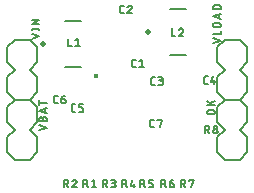
<source format=gto>
G04 EAGLE Gerber X2 export*
%TF.Part,Single*%
%TF.FileFunction,Legend,Top,1*%
%TF.FilePolarity,Positive*%
%TF.GenerationSoftware,Autodesk,EAGLE,9.4.0*%
%TF.CreationDate,2019-05-08T17:19:32Z*%
G75*
%MOMM*%
%FSLAX34Y34*%
%LPD*%
%INSilkscreen Top*%
%AMOC8*
5,1,8,0,0,1.08239X$1,22.5*%
G01*
%ADD10C,0.152400*%
%ADD11C,0.127000*%
%ADD12C,0.508000*%
%ADD13C,0.400000*%
%ADD14C,0.203200*%


D10*
X33274Y140462D02*
X39878Y142663D01*
X33274Y144865D01*
X33274Y148515D02*
X39878Y148515D01*
X39878Y147782D02*
X39878Y149249D01*
X33274Y149249D02*
X33274Y147782D01*
X33274Y152777D02*
X39878Y152777D01*
X39878Y156446D02*
X33274Y152777D01*
X33274Y156446D02*
X39878Y156446D01*
X46228Y65193D02*
X39624Y62992D01*
X39624Y67395D02*
X46228Y65193D01*
X42559Y71099D02*
X42559Y72934D01*
X42560Y72934D02*
X42562Y73019D01*
X42568Y73103D01*
X42578Y73187D01*
X42591Y73271D01*
X42609Y73354D01*
X42630Y73436D01*
X42655Y73517D01*
X42684Y73597D01*
X42716Y73675D01*
X42752Y73751D01*
X42792Y73826D01*
X42835Y73899D01*
X42881Y73970D01*
X42930Y74039D01*
X42983Y74106D01*
X43039Y74170D01*
X43097Y74231D01*
X43158Y74289D01*
X43222Y74345D01*
X43289Y74398D01*
X43358Y74447D01*
X43429Y74493D01*
X43502Y74536D01*
X43577Y74576D01*
X43653Y74612D01*
X43731Y74644D01*
X43811Y74673D01*
X43892Y74698D01*
X43974Y74719D01*
X44057Y74737D01*
X44141Y74750D01*
X44225Y74760D01*
X44309Y74766D01*
X44394Y74768D01*
X44479Y74766D01*
X44563Y74760D01*
X44647Y74750D01*
X44731Y74737D01*
X44814Y74719D01*
X44896Y74698D01*
X44977Y74673D01*
X45057Y74644D01*
X45135Y74612D01*
X45211Y74576D01*
X45286Y74536D01*
X45359Y74493D01*
X45430Y74447D01*
X45499Y74398D01*
X45566Y74345D01*
X45630Y74289D01*
X45691Y74231D01*
X45749Y74170D01*
X45805Y74106D01*
X45858Y74039D01*
X45907Y73970D01*
X45953Y73899D01*
X45996Y73826D01*
X46036Y73751D01*
X46072Y73675D01*
X46104Y73597D01*
X46133Y73517D01*
X46158Y73436D01*
X46179Y73354D01*
X46197Y73271D01*
X46210Y73187D01*
X46220Y73103D01*
X46226Y73019D01*
X46228Y72934D01*
X46228Y71099D01*
X39624Y71099D01*
X39624Y72934D01*
X39626Y73010D01*
X39632Y73085D01*
X39641Y73160D01*
X39655Y73234D01*
X39672Y73308D01*
X39694Y73380D01*
X39718Y73452D01*
X39747Y73522D01*
X39779Y73590D01*
X39814Y73657D01*
X39853Y73722D01*
X39896Y73785D01*
X39941Y73845D01*
X39989Y73903D01*
X40041Y73959D01*
X40095Y74011D01*
X40152Y74061D01*
X40211Y74108D01*
X40272Y74152D01*
X40336Y74193D01*
X40402Y74230D01*
X40470Y74264D01*
X40539Y74294D01*
X40610Y74321D01*
X40682Y74344D01*
X40755Y74363D01*
X40829Y74378D01*
X40904Y74390D01*
X40979Y74398D01*
X41054Y74402D01*
X41130Y74402D01*
X41205Y74398D01*
X41280Y74390D01*
X41355Y74378D01*
X41429Y74363D01*
X41502Y74344D01*
X41574Y74321D01*
X41645Y74294D01*
X41714Y74264D01*
X41782Y74230D01*
X41848Y74193D01*
X41912Y74152D01*
X41973Y74108D01*
X42032Y74061D01*
X42089Y74011D01*
X42143Y73959D01*
X42195Y73903D01*
X42243Y73845D01*
X42288Y73785D01*
X42331Y73722D01*
X42370Y73657D01*
X42405Y73590D01*
X42437Y73522D01*
X42466Y73452D01*
X42490Y73380D01*
X42512Y73308D01*
X42529Y73234D01*
X42543Y73160D01*
X42552Y73085D01*
X42558Y73010D01*
X42560Y72934D01*
X46228Y77622D02*
X39624Y79824D01*
X46228Y82025D01*
X44577Y81475D02*
X44577Y78173D01*
X46228Y86651D02*
X39624Y86651D01*
X39624Y84817D02*
X39624Y88486D01*
X186944Y136652D02*
X193548Y138853D01*
X186944Y141055D01*
X186944Y144602D02*
X193548Y144602D01*
X193548Y147537D01*
X191714Y150674D02*
X188778Y150674D01*
X188693Y150676D01*
X188609Y150682D01*
X188525Y150692D01*
X188441Y150705D01*
X188358Y150723D01*
X188276Y150744D01*
X188195Y150769D01*
X188115Y150798D01*
X188037Y150830D01*
X187961Y150866D01*
X187886Y150906D01*
X187813Y150949D01*
X187742Y150995D01*
X187673Y151044D01*
X187606Y151097D01*
X187542Y151153D01*
X187481Y151211D01*
X187423Y151272D01*
X187367Y151336D01*
X187314Y151403D01*
X187265Y151472D01*
X187219Y151543D01*
X187176Y151616D01*
X187136Y151691D01*
X187100Y151767D01*
X187068Y151845D01*
X187039Y151925D01*
X187014Y152006D01*
X186993Y152088D01*
X186975Y152171D01*
X186962Y152255D01*
X186952Y152339D01*
X186946Y152423D01*
X186944Y152508D01*
X186946Y152593D01*
X186952Y152677D01*
X186962Y152761D01*
X186975Y152845D01*
X186993Y152928D01*
X187014Y153010D01*
X187039Y153091D01*
X187068Y153171D01*
X187100Y153249D01*
X187136Y153325D01*
X187176Y153400D01*
X187219Y153473D01*
X187265Y153544D01*
X187314Y153613D01*
X187367Y153680D01*
X187423Y153744D01*
X187481Y153805D01*
X187542Y153863D01*
X187606Y153919D01*
X187673Y153972D01*
X187742Y154021D01*
X187813Y154067D01*
X187886Y154110D01*
X187961Y154150D01*
X188037Y154186D01*
X188115Y154218D01*
X188195Y154247D01*
X188276Y154272D01*
X188358Y154293D01*
X188441Y154311D01*
X188525Y154324D01*
X188609Y154334D01*
X188693Y154340D01*
X188778Y154342D01*
X188778Y154343D02*
X191714Y154343D01*
X191714Y154342D02*
X191799Y154340D01*
X191883Y154334D01*
X191967Y154324D01*
X192051Y154311D01*
X192134Y154293D01*
X192216Y154272D01*
X192297Y154247D01*
X192377Y154218D01*
X192455Y154186D01*
X192531Y154150D01*
X192606Y154110D01*
X192679Y154067D01*
X192750Y154021D01*
X192819Y153972D01*
X192886Y153919D01*
X192950Y153863D01*
X193011Y153805D01*
X193069Y153744D01*
X193125Y153680D01*
X193178Y153613D01*
X193227Y153544D01*
X193273Y153473D01*
X193316Y153400D01*
X193356Y153325D01*
X193392Y153249D01*
X193424Y153171D01*
X193453Y153091D01*
X193478Y153010D01*
X193499Y152928D01*
X193517Y152845D01*
X193530Y152761D01*
X193540Y152677D01*
X193546Y152593D01*
X193548Y152508D01*
X193546Y152423D01*
X193540Y152339D01*
X193530Y152255D01*
X193517Y152171D01*
X193499Y152088D01*
X193478Y152006D01*
X193453Y151925D01*
X193424Y151845D01*
X193392Y151767D01*
X193356Y151691D01*
X193316Y151616D01*
X193273Y151543D01*
X193227Y151472D01*
X193178Y151403D01*
X193125Y151336D01*
X193069Y151272D01*
X193011Y151211D01*
X192950Y151153D01*
X192886Y151097D01*
X192819Y151044D01*
X192750Y150995D01*
X192679Y150949D01*
X192606Y150906D01*
X192531Y150866D01*
X192455Y150830D01*
X192377Y150798D01*
X192297Y150769D01*
X192216Y150744D01*
X192134Y150723D01*
X192051Y150705D01*
X191967Y150692D01*
X191883Y150682D01*
X191799Y150676D01*
X191714Y150674D01*
X193548Y157622D02*
X186944Y159823D01*
X193548Y162025D01*
X191897Y161474D02*
X191897Y158172D01*
X193548Y165548D02*
X186944Y165548D01*
X186944Y167383D01*
X186946Y167468D01*
X186952Y167552D01*
X186962Y167636D01*
X186975Y167720D01*
X186993Y167803D01*
X187014Y167885D01*
X187039Y167966D01*
X187068Y168046D01*
X187100Y168124D01*
X187136Y168200D01*
X187176Y168275D01*
X187219Y168348D01*
X187265Y168419D01*
X187314Y168488D01*
X187367Y168555D01*
X187423Y168619D01*
X187481Y168680D01*
X187542Y168738D01*
X187606Y168794D01*
X187673Y168847D01*
X187742Y168896D01*
X187813Y168942D01*
X187886Y168985D01*
X187961Y169025D01*
X188037Y169061D01*
X188116Y169093D01*
X188195Y169122D01*
X188276Y169147D01*
X188358Y169168D01*
X188441Y169186D01*
X188525Y169199D01*
X188609Y169209D01*
X188693Y169215D01*
X188778Y169217D01*
X191714Y169217D01*
X191799Y169215D01*
X191883Y169209D01*
X191967Y169199D01*
X192051Y169186D01*
X192134Y169168D01*
X192216Y169147D01*
X192297Y169122D01*
X192377Y169093D01*
X192455Y169061D01*
X192531Y169025D01*
X192606Y168985D01*
X192679Y168942D01*
X192750Y168896D01*
X192819Y168847D01*
X192886Y168794D01*
X192950Y168738D01*
X193011Y168680D01*
X193069Y168619D01*
X193125Y168555D01*
X193178Y168488D01*
X193227Y168419D01*
X193273Y168348D01*
X193316Y168275D01*
X193356Y168200D01*
X193392Y168124D01*
X193424Y168046D01*
X193453Y167966D01*
X193478Y167885D01*
X193499Y167803D01*
X193517Y167720D01*
X193530Y167636D01*
X193540Y167552D01*
X193546Y167468D01*
X193548Y167383D01*
X193548Y165548D01*
X186634Y76962D02*
X183698Y76962D01*
X183613Y76964D01*
X183529Y76970D01*
X183445Y76980D01*
X183361Y76993D01*
X183278Y77011D01*
X183196Y77032D01*
X183115Y77057D01*
X183035Y77086D01*
X182957Y77118D01*
X182881Y77154D01*
X182806Y77194D01*
X182733Y77237D01*
X182662Y77283D01*
X182593Y77332D01*
X182526Y77385D01*
X182462Y77441D01*
X182401Y77499D01*
X182343Y77560D01*
X182287Y77624D01*
X182234Y77691D01*
X182185Y77760D01*
X182139Y77831D01*
X182096Y77904D01*
X182056Y77979D01*
X182020Y78055D01*
X181988Y78133D01*
X181959Y78213D01*
X181934Y78294D01*
X181913Y78376D01*
X181895Y78459D01*
X181882Y78543D01*
X181872Y78627D01*
X181866Y78711D01*
X181864Y78796D01*
X181866Y78881D01*
X181872Y78965D01*
X181882Y79049D01*
X181895Y79133D01*
X181913Y79216D01*
X181934Y79298D01*
X181959Y79379D01*
X181988Y79459D01*
X182020Y79537D01*
X182056Y79613D01*
X182096Y79688D01*
X182139Y79761D01*
X182185Y79832D01*
X182234Y79901D01*
X182287Y79968D01*
X182343Y80032D01*
X182401Y80093D01*
X182462Y80151D01*
X182526Y80207D01*
X182593Y80260D01*
X182662Y80309D01*
X182733Y80355D01*
X182806Y80398D01*
X182881Y80438D01*
X182957Y80474D01*
X183035Y80506D01*
X183115Y80535D01*
X183196Y80560D01*
X183278Y80581D01*
X183361Y80599D01*
X183445Y80612D01*
X183529Y80622D01*
X183613Y80628D01*
X183698Y80630D01*
X183698Y80631D02*
X186634Y80631D01*
X186634Y80630D02*
X186719Y80628D01*
X186803Y80622D01*
X186887Y80612D01*
X186971Y80599D01*
X187054Y80581D01*
X187136Y80560D01*
X187217Y80535D01*
X187297Y80506D01*
X187375Y80474D01*
X187451Y80438D01*
X187526Y80398D01*
X187599Y80355D01*
X187670Y80309D01*
X187739Y80260D01*
X187806Y80207D01*
X187870Y80151D01*
X187931Y80093D01*
X187989Y80032D01*
X188045Y79968D01*
X188098Y79901D01*
X188147Y79832D01*
X188193Y79761D01*
X188236Y79688D01*
X188276Y79613D01*
X188312Y79537D01*
X188344Y79459D01*
X188373Y79379D01*
X188398Y79298D01*
X188419Y79216D01*
X188437Y79133D01*
X188450Y79049D01*
X188460Y78965D01*
X188466Y78881D01*
X188468Y78796D01*
X188466Y78711D01*
X188460Y78627D01*
X188450Y78543D01*
X188437Y78459D01*
X188419Y78376D01*
X188398Y78294D01*
X188373Y78213D01*
X188344Y78133D01*
X188312Y78055D01*
X188276Y77979D01*
X188236Y77904D01*
X188193Y77831D01*
X188147Y77760D01*
X188098Y77691D01*
X188045Y77624D01*
X187989Y77560D01*
X187931Y77499D01*
X187870Y77441D01*
X187806Y77385D01*
X187739Y77332D01*
X187670Y77283D01*
X187599Y77237D01*
X187526Y77194D01*
X187451Y77154D01*
X187375Y77118D01*
X187297Y77086D01*
X187217Y77057D01*
X187136Y77032D01*
X187054Y77011D01*
X186971Y76993D01*
X186887Y76980D01*
X186803Y76970D01*
X186719Y76964D01*
X186634Y76962D01*
X188468Y84702D02*
X181864Y84702D01*
X181864Y88371D02*
X185900Y84702D01*
X184432Y86170D02*
X188468Y88371D01*
X64262Y134112D02*
X64262Y140716D01*
X64262Y134112D02*
X67197Y134112D01*
X70334Y139248D02*
X72168Y140716D01*
X72168Y134112D01*
X70334Y134112D02*
X74003Y134112D01*
X151892Y143002D02*
X151892Y149606D01*
X151892Y143002D02*
X154827Y143002D01*
X159982Y149606D02*
X160061Y149604D01*
X160139Y149599D01*
X160217Y149589D01*
X160294Y149576D01*
X160371Y149559D01*
X160447Y149539D01*
X160522Y149515D01*
X160596Y149488D01*
X160668Y149457D01*
X160739Y149422D01*
X160808Y149385D01*
X160875Y149344D01*
X160940Y149300D01*
X161003Y149253D01*
X161063Y149203D01*
X161121Y149150D01*
X161177Y149094D01*
X161230Y149036D01*
X161280Y148976D01*
X161327Y148913D01*
X161371Y148848D01*
X161412Y148781D01*
X161449Y148712D01*
X161484Y148641D01*
X161515Y148569D01*
X161542Y148495D01*
X161566Y148420D01*
X161586Y148344D01*
X161603Y148267D01*
X161616Y148190D01*
X161626Y148112D01*
X161631Y148034D01*
X161633Y147955D01*
X159982Y149606D02*
X159893Y149604D01*
X159804Y149599D01*
X159716Y149589D01*
X159628Y149576D01*
X159541Y149560D01*
X159454Y149539D01*
X159369Y149515D01*
X159284Y149488D01*
X159201Y149457D01*
X159119Y149422D01*
X159038Y149384D01*
X158959Y149343D01*
X158883Y149299D01*
X158807Y149251D01*
X158734Y149200D01*
X158664Y149147D01*
X158595Y149090D01*
X158529Y149030D01*
X158466Y148968D01*
X158405Y148903D01*
X158347Y148836D01*
X158292Y148766D01*
X158239Y148694D01*
X158190Y148620D01*
X158144Y148544D01*
X158102Y148466D01*
X158062Y148386D01*
X158026Y148305D01*
X157993Y148222D01*
X157964Y148138D01*
X161082Y146671D02*
X161138Y146727D01*
X161192Y146786D01*
X161243Y146847D01*
X161292Y146911D01*
X161337Y146976D01*
X161380Y147044D01*
X161419Y147113D01*
X161456Y147184D01*
X161489Y147257D01*
X161518Y147331D01*
X161545Y147406D01*
X161568Y147482D01*
X161587Y147560D01*
X161603Y147638D01*
X161616Y147716D01*
X161625Y147796D01*
X161630Y147875D01*
X161632Y147955D01*
X161082Y146671D02*
X157964Y143002D01*
X161633Y143002D01*
X121427Y116482D02*
X119960Y116482D01*
X119886Y116484D01*
X119811Y116490D01*
X119738Y116499D01*
X119664Y116512D01*
X119592Y116529D01*
X119521Y116549D01*
X119450Y116573D01*
X119381Y116601D01*
X119314Y116632D01*
X119248Y116666D01*
X119183Y116704D01*
X119121Y116745D01*
X119061Y116789D01*
X119004Y116836D01*
X118949Y116886D01*
X118896Y116939D01*
X118846Y116994D01*
X118799Y117051D01*
X118755Y117111D01*
X118714Y117173D01*
X118676Y117238D01*
X118642Y117304D01*
X118611Y117371D01*
X118583Y117440D01*
X118559Y117511D01*
X118539Y117582D01*
X118522Y117654D01*
X118509Y117728D01*
X118500Y117801D01*
X118494Y117876D01*
X118492Y117950D01*
X118492Y121618D01*
X118494Y121692D01*
X118500Y121767D01*
X118509Y121840D01*
X118522Y121914D01*
X118539Y121986D01*
X118559Y122057D01*
X118583Y122128D01*
X118611Y122197D01*
X118642Y122264D01*
X118676Y122330D01*
X118714Y122395D01*
X118755Y122457D01*
X118799Y122517D01*
X118846Y122574D01*
X118896Y122629D01*
X118949Y122682D01*
X119004Y122732D01*
X119061Y122779D01*
X119121Y122823D01*
X119183Y122864D01*
X119248Y122902D01*
X119313Y122936D01*
X119381Y122967D01*
X119450Y122995D01*
X119521Y123019D01*
X119592Y123039D01*
X119664Y123056D01*
X119738Y123069D01*
X119811Y123078D01*
X119886Y123084D01*
X119960Y123086D01*
X121427Y123086D01*
X124624Y121618D02*
X126458Y123086D01*
X126458Y116482D01*
X124624Y116482D02*
X128292Y116482D01*
X111267Y162202D02*
X109800Y162202D01*
X109726Y162204D01*
X109651Y162210D01*
X109578Y162219D01*
X109504Y162232D01*
X109432Y162249D01*
X109361Y162269D01*
X109290Y162293D01*
X109221Y162321D01*
X109154Y162352D01*
X109088Y162386D01*
X109023Y162424D01*
X108961Y162465D01*
X108901Y162509D01*
X108844Y162556D01*
X108789Y162606D01*
X108736Y162659D01*
X108686Y162714D01*
X108639Y162771D01*
X108595Y162831D01*
X108554Y162893D01*
X108516Y162958D01*
X108482Y163024D01*
X108451Y163091D01*
X108423Y163160D01*
X108399Y163231D01*
X108379Y163302D01*
X108362Y163374D01*
X108349Y163448D01*
X108340Y163521D01*
X108334Y163596D01*
X108332Y163670D01*
X108332Y167338D01*
X108334Y167412D01*
X108340Y167487D01*
X108349Y167560D01*
X108362Y167634D01*
X108379Y167706D01*
X108399Y167777D01*
X108423Y167848D01*
X108451Y167917D01*
X108482Y167984D01*
X108516Y168050D01*
X108554Y168115D01*
X108595Y168177D01*
X108639Y168237D01*
X108686Y168294D01*
X108736Y168349D01*
X108789Y168402D01*
X108844Y168452D01*
X108901Y168499D01*
X108961Y168543D01*
X109023Y168584D01*
X109088Y168622D01*
X109153Y168656D01*
X109221Y168687D01*
X109290Y168715D01*
X109361Y168739D01*
X109432Y168759D01*
X109504Y168776D01*
X109578Y168789D01*
X109651Y168798D01*
X109726Y168804D01*
X109800Y168806D01*
X111267Y168806D01*
X116481Y168806D02*
X116560Y168804D01*
X116638Y168799D01*
X116716Y168789D01*
X116793Y168776D01*
X116870Y168759D01*
X116946Y168739D01*
X117021Y168715D01*
X117095Y168688D01*
X117167Y168657D01*
X117238Y168622D01*
X117307Y168585D01*
X117374Y168544D01*
X117439Y168500D01*
X117502Y168453D01*
X117562Y168403D01*
X117620Y168350D01*
X117676Y168294D01*
X117729Y168236D01*
X117779Y168176D01*
X117826Y168113D01*
X117870Y168048D01*
X117911Y167981D01*
X117948Y167912D01*
X117983Y167841D01*
X118014Y167769D01*
X118041Y167695D01*
X118065Y167620D01*
X118085Y167544D01*
X118102Y167467D01*
X118115Y167390D01*
X118125Y167312D01*
X118130Y167234D01*
X118132Y167155D01*
X116481Y168806D02*
X116392Y168804D01*
X116303Y168799D01*
X116215Y168789D01*
X116127Y168776D01*
X116040Y168760D01*
X115953Y168739D01*
X115868Y168715D01*
X115783Y168688D01*
X115700Y168657D01*
X115618Y168622D01*
X115537Y168584D01*
X115458Y168543D01*
X115382Y168499D01*
X115306Y168451D01*
X115233Y168400D01*
X115163Y168347D01*
X115094Y168290D01*
X115028Y168230D01*
X114965Y168168D01*
X114904Y168103D01*
X114846Y168036D01*
X114791Y167966D01*
X114738Y167894D01*
X114689Y167820D01*
X114643Y167744D01*
X114601Y167666D01*
X114561Y167586D01*
X114525Y167505D01*
X114492Y167422D01*
X114463Y167338D01*
X117582Y165871D02*
X117638Y165927D01*
X117692Y165986D01*
X117743Y166047D01*
X117792Y166111D01*
X117837Y166176D01*
X117880Y166244D01*
X117919Y166313D01*
X117956Y166384D01*
X117989Y166457D01*
X118018Y166531D01*
X118045Y166606D01*
X118068Y166682D01*
X118087Y166760D01*
X118103Y166838D01*
X118116Y166916D01*
X118125Y166996D01*
X118130Y167075D01*
X118132Y167155D01*
X117582Y165871D02*
X114464Y162202D01*
X118132Y162202D01*
X136065Y101704D02*
X137533Y101704D01*
X136065Y101704D02*
X135991Y101706D01*
X135916Y101712D01*
X135843Y101721D01*
X135769Y101734D01*
X135697Y101751D01*
X135626Y101771D01*
X135555Y101795D01*
X135486Y101823D01*
X135419Y101854D01*
X135353Y101888D01*
X135288Y101926D01*
X135226Y101967D01*
X135166Y102011D01*
X135109Y102058D01*
X135054Y102108D01*
X135001Y102161D01*
X134951Y102216D01*
X134904Y102273D01*
X134860Y102333D01*
X134819Y102395D01*
X134781Y102460D01*
X134747Y102526D01*
X134716Y102593D01*
X134688Y102662D01*
X134664Y102733D01*
X134644Y102804D01*
X134627Y102876D01*
X134614Y102950D01*
X134605Y103023D01*
X134599Y103098D01*
X134597Y103172D01*
X134598Y103172D02*
X134598Y106840D01*
X134597Y106840D02*
X134599Y106914D01*
X134605Y106989D01*
X134614Y107062D01*
X134627Y107136D01*
X134644Y107208D01*
X134664Y107279D01*
X134688Y107350D01*
X134716Y107419D01*
X134747Y107486D01*
X134781Y107552D01*
X134819Y107617D01*
X134860Y107679D01*
X134904Y107739D01*
X134951Y107796D01*
X135001Y107851D01*
X135054Y107904D01*
X135109Y107954D01*
X135166Y108001D01*
X135226Y108045D01*
X135288Y108086D01*
X135353Y108124D01*
X135418Y108158D01*
X135486Y108189D01*
X135555Y108217D01*
X135626Y108241D01*
X135697Y108261D01*
X135769Y108278D01*
X135843Y108291D01*
X135916Y108300D01*
X135991Y108306D01*
X136065Y108308D01*
X137533Y108308D01*
X140729Y101704D02*
X142564Y101704D01*
X142649Y101706D01*
X142733Y101712D01*
X142817Y101722D01*
X142901Y101735D01*
X142984Y101753D01*
X143066Y101774D01*
X143147Y101799D01*
X143227Y101828D01*
X143305Y101860D01*
X143381Y101896D01*
X143456Y101936D01*
X143529Y101979D01*
X143600Y102025D01*
X143669Y102074D01*
X143736Y102127D01*
X143800Y102183D01*
X143861Y102241D01*
X143919Y102302D01*
X143975Y102366D01*
X144028Y102433D01*
X144077Y102502D01*
X144123Y102573D01*
X144166Y102646D01*
X144206Y102721D01*
X144242Y102797D01*
X144274Y102875D01*
X144303Y102955D01*
X144328Y103036D01*
X144349Y103118D01*
X144367Y103201D01*
X144380Y103285D01*
X144390Y103369D01*
X144396Y103453D01*
X144398Y103538D01*
X144396Y103623D01*
X144390Y103707D01*
X144380Y103791D01*
X144367Y103875D01*
X144349Y103958D01*
X144328Y104040D01*
X144303Y104121D01*
X144274Y104201D01*
X144242Y104279D01*
X144206Y104355D01*
X144166Y104430D01*
X144123Y104503D01*
X144077Y104574D01*
X144028Y104643D01*
X143975Y104710D01*
X143919Y104774D01*
X143861Y104835D01*
X143800Y104893D01*
X143736Y104949D01*
X143669Y105002D01*
X143600Y105051D01*
X143529Y105097D01*
X143456Y105140D01*
X143381Y105180D01*
X143305Y105216D01*
X143227Y105248D01*
X143147Y105277D01*
X143066Y105302D01*
X142984Y105323D01*
X142901Y105341D01*
X142817Y105354D01*
X142733Y105364D01*
X142649Y105370D01*
X142564Y105372D01*
X142930Y108308D02*
X140729Y108308D01*
X142930Y108308D02*
X143006Y108306D01*
X143081Y108300D01*
X143156Y108291D01*
X143230Y108277D01*
X143304Y108260D01*
X143376Y108238D01*
X143448Y108214D01*
X143518Y108185D01*
X143586Y108153D01*
X143653Y108118D01*
X143718Y108079D01*
X143781Y108036D01*
X143841Y107991D01*
X143899Y107943D01*
X143955Y107891D01*
X144007Y107837D01*
X144057Y107780D01*
X144104Y107721D01*
X144148Y107660D01*
X144189Y107596D01*
X144226Y107530D01*
X144260Y107462D01*
X144290Y107393D01*
X144317Y107322D01*
X144340Y107250D01*
X144359Y107177D01*
X144374Y107103D01*
X144386Y107028D01*
X144394Y106953D01*
X144398Y106878D01*
X144398Y106802D01*
X144394Y106727D01*
X144386Y106652D01*
X144374Y106577D01*
X144359Y106503D01*
X144340Y106430D01*
X144317Y106358D01*
X144290Y106287D01*
X144260Y106218D01*
X144226Y106150D01*
X144189Y106084D01*
X144148Y106020D01*
X144104Y105959D01*
X144057Y105900D01*
X144007Y105843D01*
X143955Y105789D01*
X143899Y105737D01*
X143841Y105689D01*
X143781Y105644D01*
X143718Y105601D01*
X143653Y105562D01*
X143586Y105527D01*
X143518Y105495D01*
X143448Y105466D01*
X143376Y105442D01*
X143304Y105420D01*
X143230Y105403D01*
X143156Y105389D01*
X143081Y105380D01*
X143006Y105374D01*
X142930Y105372D01*
X142930Y105373D02*
X141463Y105373D01*
X180920Y102512D02*
X182387Y102512D01*
X180920Y102512D02*
X180846Y102514D01*
X180771Y102520D01*
X180698Y102529D01*
X180624Y102542D01*
X180552Y102559D01*
X180481Y102579D01*
X180410Y102603D01*
X180341Y102631D01*
X180274Y102662D01*
X180208Y102696D01*
X180143Y102734D01*
X180081Y102775D01*
X180021Y102819D01*
X179964Y102866D01*
X179909Y102916D01*
X179856Y102969D01*
X179806Y103024D01*
X179759Y103081D01*
X179715Y103141D01*
X179674Y103203D01*
X179636Y103268D01*
X179602Y103334D01*
X179571Y103401D01*
X179543Y103470D01*
X179519Y103541D01*
X179499Y103612D01*
X179482Y103684D01*
X179469Y103758D01*
X179460Y103831D01*
X179454Y103906D01*
X179452Y103980D01*
X179452Y107648D01*
X179454Y107722D01*
X179460Y107797D01*
X179469Y107870D01*
X179482Y107944D01*
X179499Y108016D01*
X179519Y108087D01*
X179543Y108158D01*
X179571Y108227D01*
X179602Y108294D01*
X179636Y108360D01*
X179674Y108425D01*
X179715Y108487D01*
X179759Y108547D01*
X179806Y108604D01*
X179856Y108659D01*
X179909Y108712D01*
X179964Y108762D01*
X180021Y108809D01*
X180081Y108853D01*
X180143Y108894D01*
X180208Y108932D01*
X180273Y108966D01*
X180341Y108997D01*
X180410Y109025D01*
X180481Y109049D01*
X180552Y109069D01*
X180624Y109086D01*
X180698Y109099D01*
X180771Y109108D01*
X180846Y109114D01*
X180920Y109116D01*
X182387Y109116D01*
X187051Y109116D02*
X185584Y103980D01*
X189252Y103980D01*
X188152Y105447D02*
X188152Y102512D01*
X70223Y78844D02*
X68755Y78844D01*
X68681Y78846D01*
X68606Y78852D01*
X68533Y78861D01*
X68459Y78874D01*
X68387Y78891D01*
X68316Y78911D01*
X68245Y78935D01*
X68176Y78963D01*
X68109Y78994D01*
X68043Y79028D01*
X67978Y79066D01*
X67916Y79107D01*
X67856Y79151D01*
X67799Y79198D01*
X67744Y79248D01*
X67691Y79301D01*
X67641Y79356D01*
X67594Y79413D01*
X67550Y79473D01*
X67509Y79535D01*
X67471Y79600D01*
X67437Y79666D01*
X67406Y79733D01*
X67378Y79802D01*
X67354Y79873D01*
X67334Y79944D01*
X67317Y80016D01*
X67304Y80090D01*
X67295Y80163D01*
X67289Y80238D01*
X67287Y80312D01*
X67288Y80312D02*
X67288Y83980D01*
X67287Y83980D02*
X67289Y84054D01*
X67295Y84129D01*
X67304Y84202D01*
X67317Y84276D01*
X67334Y84348D01*
X67354Y84419D01*
X67378Y84490D01*
X67406Y84559D01*
X67437Y84626D01*
X67471Y84692D01*
X67509Y84757D01*
X67550Y84819D01*
X67594Y84879D01*
X67641Y84936D01*
X67691Y84991D01*
X67744Y85044D01*
X67799Y85094D01*
X67856Y85141D01*
X67916Y85185D01*
X67978Y85226D01*
X68043Y85264D01*
X68108Y85298D01*
X68176Y85329D01*
X68245Y85357D01*
X68316Y85381D01*
X68387Y85401D01*
X68459Y85418D01*
X68533Y85431D01*
X68606Y85440D01*
X68681Y85446D01*
X68755Y85448D01*
X70223Y85448D01*
X73419Y78844D02*
X75620Y78844D01*
X75694Y78846D01*
X75769Y78852D01*
X75842Y78861D01*
X75916Y78874D01*
X75988Y78891D01*
X76059Y78911D01*
X76130Y78935D01*
X76199Y78963D01*
X76266Y78994D01*
X76332Y79028D01*
X76397Y79066D01*
X76459Y79107D01*
X76519Y79151D01*
X76576Y79198D01*
X76631Y79248D01*
X76684Y79301D01*
X76734Y79356D01*
X76781Y79413D01*
X76825Y79473D01*
X76866Y79535D01*
X76904Y79600D01*
X76938Y79665D01*
X76969Y79733D01*
X76997Y79802D01*
X77021Y79873D01*
X77041Y79944D01*
X77058Y80016D01*
X77071Y80090D01*
X77080Y80163D01*
X77086Y80238D01*
X77088Y80312D01*
X77088Y81045D01*
X77086Y81119D01*
X77080Y81194D01*
X77071Y81267D01*
X77058Y81341D01*
X77041Y81413D01*
X77021Y81484D01*
X76997Y81555D01*
X76969Y81624D01*
X76938Y81691D01*
X76904Y81757D01*
X76866Y81822D01*
X76825Y81884D01*
X76781Y81944D01*
X76734Y82001D01*
X76684Y82056D01*
X76631Y82109D01*
X76576Y82159D01*
X76519Y82206D01*
X76459Y82250D01*
X76397Y82291D01*
X76332Y82329D01*
X76266Y82363D01*
X76199Y82394D01*
X76130Y82422D01*
X76059Y82446D01*
X75988Y82466D01*
X75916Y82483D01*
X75842Y82496D01*
X75769Y82505D01*
X75694Y82511D01*
X75620Y82513D01*
X73419Y82513D01*
X73419Y85448D01*
X77088Y85448D01*
X55387Y86002D02*
X53920Y86002D01*
X53846Y86004D01*
X53771Y86010D01*
X53698Y86019D01*
X53624Y86032D01*
X53552Y86049D01*
X53481Y86069D01*
X53410Y86093D01*
X53341Y86121D01*
X53274Y86152D01*
X53208Y86186D01*
X53143Y86224D01*
X53081Y86265D01*
X53021Y86309D01*
X52964Y86356D01*
X52909Y86406D01*
X52856Y86459D01*
X52806Y86514D01*
X52759Y86571D01*
X52715Y86631D01*
X52674Y86693D01*
X52636Y86758D01*
X52602Y86824D01*
X52571Y86891D01*
X52543Y86960D01*
X52519Y87031D01*
X52499Y87102D01*
X52482Y87174D01*
X52469Y87248D01*
X52460Y87321D01*
X52454Y87396D01*
X52452Y87470D01*
X52452Y91138D01*
X52454Y91212D01*
X52460Y91287D01*
X52469Y91360D01*
X52482Y91434D01*
X52499Y91506D01*
X52519Y91577D01*
X52543Y91648D01*
X52571Y91717D01*
X52602Y91784D01*
X52636Y91850D01*
X52674Y91915D01*
X52715Y91977D01*
X52759Y92037D01*
X52806Y92094D01*
X52856Y92149D01*
X52909Y92202D01*
X52964Y92252D01*
X53021Y92299D01*
X53081Y92343D01*
X53143Y92384D01*
X53208Y92422D01*
X53273Y92456D01*
X53341Y92487D01*
X53410Y92515D01*
X53481Y92539D01*
X53552Y92559D01*
X53624Y92576D01*
X53698Y92589D01*
X53771Y92598D01*
X53846Y92604D01*
X53920Y92606D01*
X55387Y92606D01*
X58584Y89671D02*
X60785Y89671D01*
X60859Y89669D01*
X60934Y89663D01*
X61007Y89654D01*
X61081Y89641D01*
X61153Y89624D01*
X61224Y89604D01*
X61295Y89580D01*
X61364Y89552D01*
X61431Y89521D01*
X61497Y89487D01*
X61562Y89449D01*
X61624Y89408D01*
X61684Y89364D01*
X61741Y89317D01*
X61796Y89267D01*
X61849Y89214D01*
X61899Y89159D01*
X61946Y89102D01*
X61990Y89042D01*
X62031Y88980D01*
X62069Y88915D01*
X62103Y88849D01*
X62134Y88782D01*
X62162Y88713D01*
X62186Y88642D01*
X62206Y88571D01*
X62223Y88499D01*
X62236Y88425D01*
X62245Y88352D01*
X62251Y88277D01*
X62253Y88203D01*
X62252Y88203D02*
X62252Y87836D01*
X62250Y87751D01*
X62244Y87667D01*
X62234Y87583D01*
X62221Y87499D01*
X62203Y87416D01*
X62182Y87334D01*
X62157Y87253D01*
X62128Y87173D01*
X62096Y87095D01*
X62060Y87019D01*
X62020Y86944D01*
X61977Y86871D01*
X61931Y86800D01*
X61882Y86731D01*
X61829Y86664D01*
X61773Y86600D01*
X61715Y86539D01*
X61654Y86481D01*
X61590Y86425D01*
X61523Y86372D01*
X61454Y86323D01*
X61383Y86277D01*
X61310Y86234D01*
X61235Y86194D01*
X61159Y86158D01*
X61081Y86126D01*
X61001Y86097D01*
X60920Y86072D01*
X60838Y86051D01*
X60755Y86033D01*
X60671Y86020D01*
X60587Y86010D01*
X60503Y86004D01*
X60418Y86002D01*
X60333Y86004D01*
X60249Y86010D01*
X60165Y86020D01*
X60081Y86033D01*
X59998Y86051D01*
X59916Y86072D01*
X59835Y86097D01*
X59755Y86126D01*
X59677Y86158D01*
X59601Y86194D01*
X59526Y86234D01*
X59453Y86277D01*
X59382Y86323D01*
X59313Y86372D01*
X59246Y86425D01*
X59182Y86481D01*
X59121Y86539D01*
X59063Y86600D01*
X59007Y86664D01*
X58954Y86731D01*
X58905Y86800D01*
X58859Y86871D01*
X58816Y86944D01*
X58776Y87019D01*
X58740Y87095D01*
X58708Y87173D01*
X58679Y87253D01*
X58654Y87334D01*
X58633Y87416D01*
X58615Y87499D01*
X58602Y87583D01*
X58592Y87667D01*
X58586Y87751D01*
X58584Y87836D01*
X58584Y89671D01*
X58586Y89778D01*
X58592Y89885D01*
X58602Y89992D01*
X58615Y90098D01*
X58633Y90204D01*
X58654Y90309D01*
X58679Y90413D01*
X58708Y90517D01*
X58741Y90619D01*
X58778Y90719D01*
X58818Y90819D01*
X58862Y90917D01*
X58909Y91013D01*
X58960Y91107D01*
X59014Y91200D01*
X59071Y91290D01*
X59132Y91379D01*
X59196Y91465D01*
X59263Y91548D01*
X59333Y91630D01*
X59406Y91708D01*
X59482Y91784D01*
X59560Y91857D01*
X59642Y91927D01*
X59725Y91994D01*
X59811Y92058D01*
X59900Y92119D01*
X59990Y92176D01*
X60083Y92230D01*
X60177Y92281D01*
X60273Y92328D01*
X60371Y92372D01*
X60471Y92412D01*
X60571Y92449D01*
X60673Y92482D01*
X60777Y92511D01*
X60881Y92536D01*
X60986Y92557D01*
X61092Y92575D01*
X61198Y92588D01*
X61305Y92598D01*
X61412Y92604D01*
X61519Y92606D01*
X135200Y65682D02*
X136667Y65682D01*
X135200Y65682D02*
X135126Y65684D01*
X135051Y65690D01*
X134978Y65699D01*
X134904Y65712D01*
X134832Y65729D01*
X134761Y65749D01*
X134690Y65773D01*
X134621Y65801D01*
X134554Y65832D01*
X134488Y65866D01*
X134423Y65904D01*
X134361Y65945D01*
X134301Y65989D01*
X134244Y66036D01*
X134189Y66086D01*
X134136Y66139D01*
X134086Y66194D01*
X134039Y66251D01*
X133995Y66311D01*
X133954Y66373D01*
X133916Y66438D01*
X133882Y66504D01*
X133851Y66571D01*
X133823Y66640D01*
X133799Y66711D01*
X133779Y66782D01*
X133762Y66854D01*
X133749Y66928D01*
X133740Y67001D01*
X133734Y67076D01*
X133732Y67150D01*
X133732Y70818D01*
X133734Y70892D01*
X133740Y70967D01*
X133749Y71040D01*
X133762Y71114D01*
X133779Y71186D01*
X133799Y71257D01*
X133823Y71328D01*
X133851Y71397D01*
X133882Y71464D01*
X133916Y71530D01*
X133954Y71595D01*
X133995Y71657D01*
X134039Y71717D01*
X134086Y71774D01*
X134136Y71829D01*
X134189Y71882D01*
X134244Y71932D01*
X134301Y71979D01*
X134361Y72023D01*
X134423Y72064D01*
X134488Y72102D01*
X134553Y72136D01*
X134621Y72167D01*
X134690Y72195D01*
X134761Y72219D01*
X134832Y72239D01*
X134904Y72256D01*
X134978Y72269D01*
X135051Y72278D01*
X135126Y72284D01*
X135200Y72286D01*
X136667Y72286D01*
X139864Y72286D02*
X139864Y71552D01*
X139864Y72286D02*
X143532Y72286D01*
X141698Y65682D01*
D11*
X75375Y116396D02*
X61786Y116396D01*
X61786Y155385D02*
X75375Y155385D01*
D12*
X43180Y135890D03*
D11*
X150686Y126556D02*
X164275Y126556D01*
X164275Y165545D02*
X150686Y165545D01*
D12*
X132080Y146050D03*
D10*
X76962Y21336D02*
X76962Y14732D01*
X76962Y21336D02*
X78796Y21336D01*
X78881Y21334D01*
X78965Y21328D01*
X79049Y21318D01*
X79133Y21305D01*
X79216Y21287D01*
X79298Y21266D01*
X79379Y21241D01*
X79459Y21212D01*
X79537Y21180D01*
X79613Y21144D01*
X79688Y21104D01*
X79761Y21061D01*
X79832Y21015D01*
X79901Y20966D01*
X79968Y20913D01*
X80032Y20857D01*
X80093Y20799D01*
X80151Y20738D01*
X80207Y20674D01*
X80260Y20607D01*
X80309Y20538D01*
X80355Y20467D01*
X80398Y20394D01*
X80438Y20319D01*
X80474Y20243D01*
X80506Y20165D01*
X80535Y20085D01*
X80560Y20004D01*
X80581Y19922D01*
X80599Y19839D01*
X80612Y19755D01*
X80622Y19671D01*
X80628Y19587D01*
X80630Y19502D01*
X80628Y19417D01*
X80622Y19333D01*
X80612Y19249D01*
X80599Y19165D01*
X80581Y19082D01*
X80560Y19000D01*
X80535Y18919D01*
X80506Y18839D01*
X80474Y18761D01*
X80438Y18685D01*
X80398Y18610D01*
X80355Y18537D01*
X80309Y18466D01*
X80260Y18397D01*
X80207Y18330D01*
X80151Y18266D01*
X80093Y18205D01*
X80032Y18147D01*
X79968Y18091D01*
X79901Y18038D01*
X79832Y17989D01*
X79761Y17943D01*
X79688Y17900D01*
X79613Y17860D01*
X79537Y17824D01*
X79459Y17792D01*
X79379Y17763D01*
X79298Y17738D01*
X79216Y17717D01*
X79133Y17699D01*
X79049Y17686D01*
X78965Y17676D01*
X78881Y17670D01*
X78796Y17668D01*
X78796Y17667D02*
X76962Y17667D01*
X79163Y17667D02*
X80631Y14732D01*
X84198Y19868D02*
X86033Y21336D01*
X86033Y14732D01*
X87867Y14732D02*
X84198Y14732D01*
X60452Y14732D02*
X60452Y21336D01*
X62286Y21336D01*
X62371Y21334D01*
X62455Y21328D01*
X62539Y21318D01*
X62623Y21305D01*
X62706Y21287D01*
X62788Y21266D01*
X62869Y21241D01*
X62949Y21212D01*
X63027Y21180D01*
X63103Y21144D01*
X63178Y21104D01*
X63251Y21061D01*
X63322Y21015D01*
X63391Y20966D01*
X63458Y20913D01*
X63522Y20857D01*
X63583Y20799D01*
X63641Y20738D01*
X63697Y20674D01*
X63750Y20607D01*
X63799Y20538D01*
X63845Y20467D01*
X63888Y20394D01*
X63928Y20319D01*
X63964Y20243D01*
X63996Y20165D01*
X64025Y20085D01*
X64050Y20004D01*
X64071Y19922D01*
X64089Y19839D01*
X64102Y19755D01*
X64112Y19671D01*
X64118Y19587D01*
X64120Y19502D01*
X64118Y19417D01*
X64112Y19333D01*
X64102Y19249D01*
X64089Y19165D01*
X64071Y19082D01*
X64050Y19000D01*
X64025Y18919D01*
X63996Y18839D01*
X63964Y18761D01*
X63928Y18685D01*
X63888Y18610D01*
X63845Y18537D01*
X63799Y18466D01*
X63750Y18397D01*
X63697Y18330D01*
X63641Y18266D01*
X63583Y18205D01*
X63522Y18147D01*
X63458Y18091D01*
X63391Y18038D01*
X63322Y17989D01*
X63251Y17943D01*
X63178Y17900D01*
X63103Y17860D01*
X63027Y17824D01*
X62949Y17792D01*
X62869Y17763D01*
X62788Y17738D01*
X62706Y17717D01*
X62623Y17699D01*
X62539Y17686D01*
X62455Y17676D01*
X62371Y17670D01*
X62286Y17668D01*
X62286Y17667D02*
X60452Y17667D01*
X62653Y17667D02*
X64121Y14732D01*
X69706Y21336D02*
X69785Y21334D01*
X69863Y21329D01*
X69941Y21319D01*
X70018Y21306D01*
X70095Y21289D01*
X70171Y21269D01*
X70246Y21245D01*
X70320Y21218D01*
X70392Y21187D01*
X70463Y21152D01*
X70532Y21115D01*
X70599Y21074D01*
X70664Y21030D01*
X70727Y20983D01*
X70787Y20933D01*
X70845Y20880D01*
X70901Y20824D01*
X70954Y20766D01*
X71004Y20706D01*
X71051Y20643D01*
X71095Y20578D01*
X71136Y20511D01*
X71173Y20442D01*
X71208Y20371D01*
X71239Y20299D01*
X71266Y20225D01*
X71290Y20150D01*
X71310Y20074D01*
X71327Y19997D01*
X71340Y19920D01*
X71350Y19842D01*
X71355Y19764D01*
X71357Y19685D01*
X69706Y21336D02*
X69617Y21334D01*
X69528Y21329D01*
X69440Y21319D01*
X69352Y21306D01*
X69265Y21290D01*
X69178Y21269D01*
X69093Y21245D01*
X69008Y21218D01*
X68925Y21187D01*
X68843Y21152D01*
X68762Y21114D01*
X68683Y21073D01*
X68607Y21029D01*
X68531Y20981D01*
X68458Y20930D01*
X68388Y20877D01*
X68319Y20820D01*
X68253Y20760D01*
X68190Y20698D01*
X68129Y20633D01*
X68071Y20566D01*
X68016Y20496D01*
X67963Y20424D01*
X67914Y20350D01*
X67868Y20274D01*
X67826Y20196D01*
X67786Y20116D01*
X67750Y20035D01*
X67717Y19952D01*
X67688Y19868D01*
X70807Y18401D02*
X70863Y18457D01*
X70917Y18516D01*
X70968Y18577D01*
X71017Y18641D01*
X71062Y18706D01*
X71105Y18774D01*
X71144Y18843D01*
X71181Y18914D01*
X71214Y18987D01*
X71243Y19061D01*
X71270Y19136D01*
X71293Y19212D01*
X71312Y19290D01*
X71328Y19368D01*
X71341Y19446D01*
X71350Y19526D01*
X71355Y19605D01*
X71357Y19685D01*
X70807Y18401D02*
X67688Y14732D01*
X71357Y14732D01*
X93472Y14732D02*
X93472Y21336D01*
X95306Y21336D01*
X95391Y21334D01*
X95475Y21328D01*
X95559Y21318D01*
X95643Y21305D01*
X95726Y21287D01*
X95808Y21266D01*
X95889Y21241D01*
X95969Y21212D01*
X96047Y21180D01*
X96123Y21144D01*
X96198Y21104D01*
X96271Y21061D01*
X96342Y21015D01*
X96411Y20966D01*
X96478Y20913D01*
X96542Y20857D01*
X96603Y20799D01*
X96661Y20738D01*
X96717Y20674D01*
X96770Y20607D01*
X96819Y20538D01*
X96865Y20467D01*
X96908Y20394D01*
X96948Y20319D01*
X96984Y20243D01*
X97016Y20165D01*
X97045Y20085D01*
X97070Y20004D01*
X97091Y19922D01*
X97109Y19839D01*
X97122Y19755D01*
X97132Y19671D01*
X97138Y19587D01*
X97140Y19502D01*
X97138Y19417D01*
X97132Y19333D01*
X97122Y19249D01*
X97109Y19165D01*
X97091Y19082D01*
X97070Y19000D01*
X97045Y18919D01*
X97016Y18839D01*
X96984Y18761D01*
X96948Y18685D01*
X96908Y18610D01*
X96865Y18537D01*
X96819Y18466D01*
X96770Y18397D01*
X96717Y18330D01*
X96661Y18266D01*
X96603Y18205D01*
X96542Y18147D01*
X96478Y18091D01*
X96411Y18038D01*
X96342Y17989D01*
X96271Y17943D01*
X96198Y17900D01*
X96123Y17860D01*
X96047Y17824D01*
X95969Y17792D01*
X95889Y17763D01*
X95808Y17738D01*
X95726Y17717D01*
X95643Y17699D01*
X95559Y17686D01*
X95475Y17676D01*
X95391Y17670D01*
X95306Y17668D01*
X95306Y17667D02*
X93472Y17667D01*
X95673Y17667D02*
X97141Y14732D01*
X100708Y14732D02*
X102543Y14732D01*
X102628Y14734D01*
X102712Y14740D01*
X102796Y14750D01*
X102880Y14763D01*
X102963Y14781D01*
X103045Y14802D01*
X103126Y14827D01*
X103206Y14856D01*
X103284Y14888D01*
X103360Y14924D01*
X103435Y14964D01*
X103508Y15007D01*
X103579Y15053D01*
X103648Y15102D01*
X103715Y15155D01*
X103779Y15211D01*
X103840Y15269D01*
X103898Y15330D01*
X103954Y15394D01*
X104007Y15461D01*
X104056Y15530D01*
X104102Y15601D01*
X104145Y15674D01*
X104185Y15749D01*
X104221Y15825D01*
X104253Y15903D01*
X104282Y15983D01*
X104307Y16064D01*
X104328Y16146D01*
X104346Y16229D01*
X104359Y16313D01*
X104369Y16397D01*
X104375Y16481D01*
X104377Y16566D01*
X104375Y16651D01*
X104369Y16735D01*
X104359Y16819D01*
X104346Y16903D01*
X104328Y16986D01*
X104307Y17068D01*
X104282Y17149D01*
X104253Y17229D01*
X104221Y17307D01*
X104185Y17383D01*
X104145Y17458D01*
X104102Y17531D01*
X104056Y17602D01*
X104007Y17671D01*
X103954Y17738D01*
X103898Y17802D01*
X103840Y17863D01*
X103779Y17921D01*
X103715Y17977D01*
X103648Y18030D01*
X103579Y18079D01*
X103508Y18125D01*
X103435Y18168D01*
X103360Y18208D01*
X103284Y18244D01*
X103206Y18276D01*
X103126Y18305D01*
X103045Y18330D01*
X102963Y18351D01*
X102880Y18369D01*
X102796Y18382D01*
X102712Y18392D01*
X102628Y18398D01*
X102543Y18400D01*
X102910Y21336D02*
X100708Y21336D01*
X102910Y21336D02*
X102986Y21334D01*
X103061Y21328D01*
X103136Y21319D01*
X103210Y21305D01*
X103284Y21288D01*
X103356Y21266D01*
X103428Y21242D01*
X103498Y21213D01*
X103566Y21181D01*
X103633Y21146D01*
X103698Y21107D01*
X103761Y21064D01*
X103821Y21019D01*
X103879Y20971D01*
X103935Y20919D01*
X103987Y20865D01*
X104037Y20808D01*
X104084Y20749D01*
X104128Y20688D01*
X104169Y20624D01*
X104206Y20558D01*
X104240Y20490D01*
X104270Y20421D01*
X104297Y20350D01*
X104320Y20278D01*
X104339Y20205D01*
X104354Y20131D01*
X104366Y20056D01*
X104374Y19981D01*
X104378Y19906D01*
X104378Y19830D01*
X104374Y19755D01*
X104366Y19680D01*
X104354Y19605D01*
X104339Y19531D01*
X104320Y19458D01*
X104297Y19386D01*
X104270Y19315D01*
X104240Y19246D01*
X104206Y19178D01*
X104169Y19112D01*
X104128Y19048D01*
X104084Y18987D01*
X104037Y18928D01*
X103987Y18871D01*
X103935Y18817D01*
X103879Y18765D01*
X103821Y18717D01*
X103761Y18672D01*
X103698Y18629D01*
X103633Y18590D01*
X103566Y18555D01*
X103498Y18523D01*
X103428Y18494D01*
X103356Y18470D01*
X103284Y18448D01*
X103210Y18431D01*
X103136Y18417D01*
X103061Y18408D01*
X102986Y18402D01*
X102910Y18400D01*
X102910Y18401D02*
X101442Y18401D01*
X109982Y21336D02*
X109982Y14732D01*
X109982Y21336D02*
X111816Y21336D01*
X111901Y21334D01*
X111985Y21328D01*
X112069Y21318D01*
X112153Y21305D01*
X112236Y21287D01*
X112318Y21266D01*
X112399Y21241D01*
X112479Y21212D01*
X112557Y21180D01*
X112633Y21144D01*
X112708Y21104D01*
X112781Y21061D01*
X112852Y21015D01*
X112921Y20966D01*
X112988Y20913D01*
X113052Y20857D01*
X113113Y20799D01*
X113171Y20738D01*
X113227Y20674D01*
X113280Y20607D01*
X113329Y20538D01*
X113375Y20467D01*
X113418Y20394D01*
X113458Y20319D01*
X113494Y20243D01*
X113526Y20165D01*
X113555Y20085D01*
X113580Y20004D01*
X113601Y19922D01*
X113619Y19839D01*
X113632Y19755D01*
X113642Y19671D01*
X113648Y19587D01*
X113650Y19502D01*
X113648Y19417D01*
X113642Y19333D01*
X113632Y19249D01*
X113619Y19165D01*
X113601Y19082D01*
X113580Y19000D01*
X113555Y18919D01*
X113526Y18839D01*
X113494Y18761D01*
X113458Y18685D01*
X113418Y18610D01*
X113375Y18537D01*
X113329Y18466D01*
X113280Y18397D01*
X113227Y18330D01*
X113171Y18266D01*
X113113Y18205D01*
X113052Y18147D01*
X112988Y18091D01*
X112921Y18038D01*
X112852Y17989D01*
X112781Y17943D01*
X112708Y17900D01*
X112633Y17860D01*
X112557Y17824D01*
X112479Y17792D01*
X112399Y17763D01*
X112318Y17738D01*
X112236Y17717D01*
X112153Y17699D01*
X112069Y17686D01*
X111985Y17676D01*
X111901Y17670D01*
X111816Y17668D01*
X111816Y17667D02*
X109982Y17667D01*
X112183Y17667D02*
X113651Y14732D01*
X117218Y16200D02*
X118686Y21336D01*
X117218Y16200D02*
X120887Y16200D01*
X119787Y17667D02*
X119787Y14732D01*
X125222Y14732D02*
X125222Y21336D01*
X127056Y21336D01*
X127141Y21334D01*
X127225Y21328D01*
X127309Y21318D01*
X127393Y21305D01*
X127476Y21287D01*
X127558Y21266D01*
X127639Y21241D01*
X127719Y21212D01*
X127797Y21180D01*
X127873Y21144D01*
X127948Y21104D01*
X128021Y21061D01*
X128092Y21015D01*
X128161Y20966D01*
X128228Y20913D01*
X128292Y20857D01*
X128353Y20799D01*
X128411Y20738D01*
X128467Y20674D01*
X128520Y20607D01*
X128569Y20538D01*
X128615Y20467D01*
X128658Y20394D01*
X128698Y20319D01*
X128734Y20243D01*
X128766Y20165D01*
X128795Y20085D01*
X128820Y20004D01*
X128841Y19922D01*
X128859Y19839D01*
X128872Y19755D01*
X128882Y19671D01*
X128888Y19587D01*
X128890Y19502D01*
X128888Y19417D01*
X128882Y19333D01*
X128872Y19249D01*
X128859Y19165D01*
X128841Y19082D01*
X128820Y19000D01*
X128795Y18919D01*
X128766Y18839D01*
X128734Y18761D01*
X128698Y18685D01*
X128658Y18610D01*
X128615Y18537D01*
X128569Y18466D01*
X128520Y18397D01*
X128467Y18330D01*
X128411Y18266D01*
X128353Y18205D01*
X128292Y18147D01*
X128228Y18091D01*
X128161Y18038D01*
X128092Y17989D01*
X128021Y17943D01*
X127948Y17900D01*
X127873Y17860D01*
X127797Y17824D01*
X127719Y17792D01*
X127639Y17763D01*
X127558Y17738D01*
X127476Y17717D01*
X127393Y17699D01*
X127309Y17686D01*
X127225Y17676D01*
X127141Y17670D01*
X127056Y17668D01*
X127056Y17667D02*
X125222Y17667D01*
X127423Y17667D02*
X128891Y14732D01*
X132458Y14732D02*
X134660Y14732D01*
X134734Y14734D01*
X134809Y14740D01*
X134882Y14749D01*
X134956Y14762D01*
X135028Y14779D01*
X135099Y14799D01*
X135170Y14823D01*
X135239Y14851D01*
X135306Y14882D01*
X135372Y14916D01*
X135437Y14954D01*
X135499Y14995D01*
X135559Y15039D01*
X135616Y15086D01*
X135671Y15136D01*
X135724Y15189D01*
X135774Y15244D01*
X135821Y15301D01*
X135865Y15361D01*
X135906Y15423D01*
X135944Y15488D01*
X135978Y15553D01*
X136009Y15621D01*
X136037Y15690D01*
X136061Y15761D01*
X136081Y15832D01*
X136098Y15904D01*
X136111Y15978D01*
X136120Y16051D01*
X136126Y16126D01*
X136128Y16200D01*
X136127Y16200D02*
X136127Y16933D01*
X136128Y16933D02*
X136126Y17007D01*
X136120Y17082D01*
X136111Y17155D01*
X136098Y17229D01*
X136081Y17301D01*
X136061Y17372D01*
X136037Y17443D01*
X136009Y17512D01*
X135978Y17579D01*
X135944Y17645D01*
X135906Y17710D01*
X135865Y17772D01*
X135821Y17832D01*
X135774Y17889D01*
X135724Y17944D01*
X135671Y17997D01*
X135616Y18047D01*
X135559Y18094D01*
X135499Y18138D01*
X135437Y18179D01*
X135372Y18217D01*
X135306Y18251D01*
X135239Y18282D01*
X135170Y18310D01*
X135099Y18334D01*
X135028Y18354D01*
X134956Y18371D01*
X134882Y18384D01*
X134809Y18393D01*
X134734Y18399D01*
X134660Y18401D01*
X132458Y18401D01*
X132458Y21336D01*
X136127Y21336D01*
X143002Y21336D02*
X143002Y14732D01*
X143002Y21336D02*
X144836Y21336D01*
X144921Y21334D01*
X145005Y21328D01*
X145089Y21318D01*
X145173Y21305D01*
X145256Y21287D01*
X145338Y21266D01*
X145419Y21241D01*
X145499Y21212D01*
X145577Y21180D01*
X145653Y21144D01*
X145728Y21104D01*
X145801Y21061D01*
X145872Y21015D01*
X145941Y20966D01*
X146008Y20913D01*
X146072Y20857D01*
X146133Y20799D01*
X146191Y20738D01*
X146247Y20674D01*
X146300Y20607D01*
X146349Y20538D01*
X146395Y20467D01*
X146438Y20394D01*
X146478Y20319D01*
X146514Y20243D01*
X146546Y20165D01*
X146575Y20085D01*
X146600Y20004D01*
X146621Y19922D01*
X146639Y19839D01*
X146652Y19755D01*
X146662Y19671D01*
X146668Y19587D01*
X146670Y19502D01*
X146668Y19417D01*
X146662Y19333D01*
X146652Y19249D01*
X146639Y19165D01*
X146621Y19082D01*
X146600Y19000D01*
X146575Y18919D01*
X146546Y18839D01*
X146514Y18761D01*
X146478Y18685D01*
X146438Y18610D01*
X146395Y18537D01*
X146349Y18466D01*
X146300Y18397D01*
X146247Y18330D01*
X146191Y18266D01*
X146133Y18205D01*
X146072Y18147D01*
X146008Y18091D01*
X145941Y18038D01*
X145872Y17989D01*
X145801Y17943D01*
X145728Y17900D01*
X145653Y17860D01*
X145577Y17824D01*
X145499Y17792D01*
X145419Y17763D01*
X145338Y17738D01*
X145256Y17717D01*
X145173Y17699D01*
X145089Y17686D01*
X145005Y17676D01*
X144921Y17670D01*
X144836Y17668D01*
X144836Y17667D02*
X143002Y17667D01*
X145203Y17667D02*
X146671Y14732D01*
X150238Y18401D02*
X152440Y18401D01*
X152514Y18399D01*
X152589Y18393D01*
X152662Y18384D01*
X152736Y18371D01*
X152808Y18354D01*
X152879Y18334D01*
X152950Y18310D01*
X153019Y18282D01*
X153086Y18251D01*
X153152Y18217D01*
X153217Y18179D01*
X153279Y18138D01*
X153339Y18094D01*
X153396Y18047D01*
X153451Y17997D01*
X153504Y17944D01*
X153554Y17889D01*
X153601Y17832D01*
X153645Y17772D01*
X153686Y17710D01*
X153724Y17645D01*
X153758Y17579D01*
X153789Y17512D01*
X153817Y17443D01*
X153841Y17372D01*
X153861Y17301D01*
X153878Y17229D01*
X153891Y17155D01*
X153900Y17082D01*
X153906Y17007D01*
X153908Y16933D01*
X153907Y16933D02*
X153907Y16566D01*
X153905Y16481D01*
X153899Y16397D01*
X153889Y16313D01*
X153876Y16229D01*
X153858Y16146D01*
X153837Y16064D01*
X153812Y15983D01*
X153783Y15903D01*
X153751Y15825D01*
X153715Y15749D01*
X153675Y15674D01*
X153632Y15601D01*
X153586Y15530D01*
X153537Y15461D01*
X153484Y15394D01*
X153428Y15330D01*
X153370Y15269D01*
X153309Y15211D01*
X153245Y15155D01*
X153178Y15102D01*
X153109Y15053D01*
X153038Y15007D01*
X152965Y14964D01*
X152890Y14924D01*
X152814Y14888D01*
X152736Y14856D01*
X152656Y14827D01*
X152575Y14802D01*
X152493Y14781D01*
X152410Y14763D01*
X152326Y14750D01*
X152242Y14740D01*
X152158Y14734D01*
X152073Y14732D01*
X151988Y14734D01*
X151904Y14740D01*
X151820Y14750D01*
X151736Y14763D01*
X151653Y14781D01*
X151571Y14802D01*
X151490Y14827D01*
X151410Y14856D01*
X151332Y14888D01*
X151256Y14924D01*
X151181Y14964D01*
X151108Y15007D01*
X151037Y15053D01*
X150968Y15102D01*
X150901Y15155D01*
X150837Y15211D01*
X150776Y15269D01*
X150718Y15330D01*
X150662Y15394D01*
X150609Y15461D01*
X150560Y15530D01*
X150514Y15601D01*
X150471Y15674D01*
X150431Y15749D01*
X150395Y15825D01*
X150363Y15903D01*
X150334Y15983D01*
X150309Y16064D01*
X150288Y16146D01*
X150270Y16229D01*
X150257Y16313D01*
X150247Y16397D01*
X150241Y16481D01*
X150239Y16566D01*
X150238Y16566D02*
X150238Y18401D01*
X150239Y18401D02*
X150241Y18508D01*
X150247Y18615D01*
X150257Y18722D01*
X150270Y18828D01*
X150288Y18934D01*
X150309Y19039D01*
X150334Y19143D01*
X150363Y19247D01*
X150396Y19349D01*
X150433Y19449D01*
X150473Y19549D01*
X150517Y19647D01*
X150564Y19743D01*
X150615Y19837D01*
X150669Y19930D01*
X150726Y20020D01*
X150787Y20109D01*
X150851Y20195D01*
X150918Y20278D01*
X150988Y20360D01*
X151061Y20438D01*
X151137Y20514D01*
X151215Y20587D01*
X151297Y20657D01*
X151380Y20724D01*
X151466Y20788D01*
X151555Y20849D01*
X151645Y20906D01*
X151738Y20960D01*
X151832Y21011D01*
X151928Y21058D01*
X152026Y21102D01*
X152126Y21142D01*
X152226Y21179D01*
X152328Y21212D01*
X152432Y21241D01*
X152536Y21266D01*
X152641Y21287D01*
X152747Y21305D01*
X152853Y21318D01*
X152960Y21328D01*
X153067Y21334D01*
X153174Y21336D01*
X159512Y21336D02*
X159512Y14732D01*
X159512Y21336D02*
X161346Y21336D01*
X161431Y21334D01*
X161515Y21328D01*
X161599Y21318D01*
X161683Y21305D01*
X161766Y21287D01*
X161848Y21266D01*
X161929Y21241D01*
X162009Y21212D01*
X162087Y21180D01*
X162163Y21144D01*
X162238Y21104D01*
X162311Y21061D01*
X162382Y21015D01*
X162451Y20966D01*
X162518Y20913D01*
X162582Y20857D01*
X162643Y20799D01*
X162701Y20738D01*
X162757Y20674D01*
X162810Y20607D01*
X162859Y20538D01*
X162905Y20467D01*
X162948Y20394D01*
X162988Y20319D01*
X163024Y20243D01*
X163056Y20165D01*
X163085Y20085D01*
X163110Y20004D01*
X163131Y19922D01*
X163149Y19839D01*
X163162Y19755D01*
X163172Y19671D01*
X163178Y19587D01*
X163180Y19502D01*
X163178Y19417D01*
X163172Y19333D01*
X163162Y19249D01*
X163149Y19165D01*
X163131Y19082D01*
X163110Y19000D01*
X163085Y18919D01*
X163056Y18839D01*
X163024Y18761D01*
X162988Y18685D01*
X162948Y18610D01*
X162905Y18537D01*
X162859Y18466D01*
X162810Y18397D01*
X162757Y18330D01*
X162701Y18266D01*
X162643Y18205D01*
X162582Y18147D01*
X162518Y18091D01*
X162451Y18038D01*
X162382Y17989D01*
X162311Y17943D01*
X162238Y17900D01*
X162163Y17860D01*
X162087Y17824D01*
X162009Y17792D01*
X161929Y17763D01*
X161848Y17738D01*
X161766Y17717D01*
X161683Y17699D01*
X161599Y17686D01*
X161515Y17676D01*
X161431Y17670D01*
X161346Y17668D01*
X161346Y17667D02*
X159512Y17667D01*
X161713Y17667D02*
X163181Y14732D01*
X166748Y20602D02*
X166748Y21336D01*
X170417Y21336D01*
X168583Y14732D01*
X179832Y60452D02*
X179832Y67056D01*
X181666Y67056D01*
X181751Y67054D01*
X181835Y67048D01*
X181919Y67038D01*
X182003Y67025D01*
X182086Y67007D01*
X182168Y66986D01*
X182249Y66961D01*
X182329Y66932D01*
X182407Y66900D01*
X182483Y66864D01*
X182558Y66824D01*
X182631Y66781D01*
X182702Y66735D01*
X182771Y66686D01*
X182838Y66633D01*
X182902Y66577D01*
X182963Y66519D01*
X183021Y66458D01*
X183077Y66394D01*
X183130Y66327D01*
X183179Y66258D01*
X183225Y66187D01*
X183268Y66114D01*
X183308Y66039D01*
X183344Y65963D01*
X183376Y65885D01*
X183405Y65805D01*
X183430Y65724D01*
X183451Y65642D01*
X183469Y65559D01*
X183482Y65475D01*
X183492Y65391D01*
X183498Y65307D01*
X183500Y65222D01*
X183498Y65137D01*
X183492Y65053D01*
X183482Y64969D01*
X183469Y64885D01*
X183451Y64802D01*
X183430Y64720D01*
X183405Y64639D01*
X183376Y64559D01*
X183344Y64481D01*
X183308Y64405D01*
X183268Y64330D01*
X183225Y64257D01*
X183179Y64186D01*
X183130Y64117D01*
X183077Y64050D01*
X183021Y63986D01*
X182963Y63925D01*
X182902Y63867D01*
X182838Y63811D01*
X182771Y63758D01*
X182702Y63709D01*
X182631Y63663D01*
X182558Y63620D01*
X182483Y63580D01*
X182407Y63544D01*
X182329Y63512D01*
X182249Y63483D01*
X182168Y63458D01*
X182086Y63437D01*
X182003Y63419D01*
X181919Y63406D01*
X181835Y63396D01*
X181751Y63390D01*
X181666Y63388D01*
X181666Y63387D02*
X179832Y63387D01*
X182033Y63387D02*
X183501Y60452D01*
X187069Y62286D02*
X187071Y62371D01*
X187077Y62455D01*
X187087Y62539D01*
X187100Y62623D01*
X187118Y62706D01*
X187139Y62788D01*
X187164Y62869D01*
X187193Y62949D01*
X187225Y63027D01*
X187261Y63103D01*
X187301Y63178D01*
X187344Y63251D01*
X187390Y63322D01*
X187439Y63391D01*
X187492Y63458D01*
X187548Y63522D01*
X187606Y63583D01*
X187667Y63641D01*
X187731Y63697D01*
X187798Y63750D01*
X187867Y63799D01*
X187938Y63845D01*
X188011Y63888D01*
X188086Y63928D01*
X188162Y63964D01*
X188240Y63996D01*
X188320Y64025D01*
X188401Y64050D01*
X188483Y64071D01*
X188566Y64089D01*
X188650Y64102D01*
X188734Y64112D01*
X188818Y64118D01*
X188903Y64120D01*
X188988Y64118D01*
X189072Y64112D01*
X189156Y64102D01*
X189240Y64089D01*
X189323Y64071D01*
X189405Y64050D01*
X189486Y64025D01*
X189566Y63996D01*
X189644Y63964D01*
X189720Y63928D01*
X189795Y63888D01*
X189868Y63845D01*
X189939Y63799D01*
X190008Y63750D01*
X190075Y63697D01*
X190139Y63641D01*
X190200Y63583D01*
X190258Y63522D01*
X190314Y63458D01*
X190367Y63391D01*
X190416Y63322D01*
X190462Y63251D01*
X190505Y63178D01*
X190545Y63103D01*
X190581Y63027D01*
X190613Y62949D01*
X190642Y62869D01*
X190667Y62788D01*
X190688Y62706D01*
X190706Y62623D01*
X190719Y62539D01*
X190729Y62455D01*
X190735Y62371D01*
X190737Y62286D01*
X190735Y62201D01*
X190729Y62117D01*
X190719Y62033D01*
X190706Y61949D01*
X190688Y61866D01*
X190667Y61784D01*
X190642Y61703D01*
X190613Y61623D01*
X190581Y61545D01*
X190545Y61469D01*
X190505Y61394D01*
X190462Y61321D01*
X190416Y61250D01*
X190367Y61181D01*
X190314Y61114D01*
X190258Y61050D01*
X190200Y60989D01*
X190139Y60931D01*
X190075Y60875D01*
X190008Y60822D01*
X189939Y60773D01*
X189868Y60727D01*
X189795Y60684D01*
X189720Y60644D01*
X189644Y60608D01*
X189566Y60576D01*
X189486Y60547D01*
X189405Y60522D01*
X189323Y60501D01*
X189240Y60483D01*
X189156Y60470D01*
X189072Y60460D01*
X188988Y60454D01*
X188903Y60452D01*
X188818Y60454D01*
X188734Y60460D01*
X188650Y60470D01*
X188566Y60483D01*
X188483Y60501D01*
X188401Y60522D01*
X188320Y60547D01*
X188240Y60576D01*
X188162Y60608D01*
X188086Y60644D01*
X188011Y60684D01*
X187938Y60727D01*
X187867Y60773D01*
X187798Y60822D01*
X187731Y60875D01*
X187667Y60931D01*
X187606Y60989D01*
X187548Y61050D01*
X187492Y61114D01*
X187439Y61181D01*
X187390Y61250D01*
X187344Y61321D01*
X187301Y61394D01*
X187261Y61469D01*
X187225Y61545D01*
X187193Y61623D01*
X187164Y61703D01*
X187139Y61784D01*
X187118Y61866D01*
X187100Y61949D01*
X187087Y62033D01*
X187077Y62117D01*
X187071Y62201D01*
X187069Y62286D01*
X187435Y65588D02*
X187437Y65664D01*
X187443Y65739D01*
X187452Y65814D01*
X187466Y65888D01*
X187483Y65962D01*
X187505Y66034D01*
X187529Y66106D01*
X187558Y66176D01*
X187590Y66244D01*
X187625Y66311D01*
X187664Y66376D01*
X187707Y66439D01*
X187752Y66499D01*
X187800Y66557D01*
X187852Y66613D01*
X187906Y66665D01*
X187963Y66715D01*
X188022Y66762D01*
X188083Y66806D01*
X188147Y66847D01*
X188213Y66884D01*
X188281Y66918D01*
X188350Y66948D01*
X188421Y66975D01*
X188493Y66998D01*
X188566Y67017D01*
X188640Y67032D01*
X188715Y67044D01*
X188790Y67052D01*
X188865Y67056D01*
X188941Y67056D01*
X189016Y67052D01*
X189091Y67044D01*
X189166Y67032D01*
X189240Y67017D01*
X189313Y66998D01*
X189385Y66975D01*
X189456Y66948D01*
X189525Y66918D01*
X189593Y66884D01*
X189659Y66847D01*
X189723Y66806D01*
X189784Y66762D01*
X189843Y66715D01*
X189900Y66665D01*
X189954Y66613D01*
X190006Y66557D01*
X190054Y66499D01*
X190099Y66439D01*
X190142Y66376D01*
X190181Y66311D01*
X190216Y66244D01*
X190248Y66176D01*
X190277Y66106D01*
X190301Y66034D01*
X190323Y65962D01*
X190340Y65888D01*
X190354Y65814D01*
X190363Y65739D01*
X190369Y65664D01*
X190371Y65588D01*
X190369Y65512D01*
X190363Y65437D01*
X190354Y65362D01*
X190340Y65288D01*
X190323Y65214D01*
X190301Y65142D01*
X190277Y65070D01*
X190248Y65000D01*
X190216Y64932D01*
X190181Y64865D01*
X190142Y64800D01*
X190099Y64737D01*
X190054Y64677D01*
X190006Y64619D01*
X189954Y64563D01*
X189900Y64511D01*
X189843Y64461D01*
X189784Y64414D01*
X189723Y64370D01*
X189659Y64329D01*
X189593Y64292D01*
X189525Y64258D01*
X189456Y64228D01*
X189385Y64201D01*
X189313Y64178D01*
X189240Y64159D01*
X189166Y64144D01*
X189091Y64132D01*
X189016Y64124D01*
X188941Y64120D01*
X188865Y64120D01*
X188790Y64124D01*
X188715Y64132D01*
X188640Y64144D01*
X188566Y64159D01*
X188493Y64178D01*
X188421Y64201D01*
X188350Y64228D01*
X188281Y64258D01*
X188213Y64292D01*
X188147Y64329D01*
X188083Y64370D01*
X188022Y64414D01*
X187963Y64461D01*
X187906Y64511D01*
X187852Y64563D01*
X187800Y64619D01*
X187752Y64677D01*
X187707Y64737D01*
X187664Y64800D01*
X187625Y64865D01*
X187590Y64932D01*
X187558Y65000D01*
X187529Y65070D01*
X187505Y65142D01*
X187483Y65214D01*
X187466Y65288D01*
X187452Y65362D01*
X187443Y65437D01*
X187437Y65512D01*
X187435Y65588D01*
D13*
X87950Y108900D03*
D14*
X12700Y107950D02*
X12700Y95250D01*
X12700Y107950D02*
X19050Y114300D01*
X31750Y114300D02*
X38100Y107950D01*
X19050Y114300D02*
X12700Y120650D01*
X12700Y133350D01*
X19050Y139700D01*
X31750Y139700D02*
X38100Y133350D01*
X38100Y120650D01*
X31750Y114300D01*
X31750Y88900D02*
X19050Y88900D01*
X12700Y95250D01*
X31750Y88900D02*
X38100Y95250D01*
X38100Y107950D01*
X31750Y139700D02*
X19050Y139700D01*
X38100Y82550D02*
X38100Y69850D01*
X31750Y63500D01*
X19050Y63500D02*
X12700Y69850D01*
X31750Y63500D02*
X38100Y57150D01*
X38100Y44450D01*
X31750Y38100D01*
X19050Y38100D02*
X12700Y44450D01*
X12700Y57150D01*
X19050Y63500D01*
X19050Y88900D02*
X31750Y88900D01*
X38100Y82550D01*
X19050Y88900D02*
X12700Y82550D01*
X12700Y69850D01*
X19050Y38100D02*
X31750Y38100D01*
X215900Y120650D02*
X215900Y133350D01*
X215900Y120650D02*
X209550Y114300D01*
X196850Y114300D02*
X190500Y120650D01*
X209550Y114300D02*
X215900Y107950D01*
X215900Y95250D01*
X209550Y88900D01*
X196850Y88900D02*
X190500Y95250D01*
X190500Y107950D01*
X196850Y114300D01*
X196850Y139700D02*
X209550Y139700D01*
X215900Y133350D01*
X196850Y139700D02*
X190500Y133350D01*
X190500Y120650D01*
X196850Y88900D02*
X209550Y88900D01*
X215900Y82550D02*
X215900Y69850D01*
X209550Y63500D01*
X196850Y63500D02*
X190500Y69850D01*
X209550Y63500D02*
X215900Y57150D01*
X215900Y44450D01*
X209550Y38100D01*
X196850Y38100D02*
X190500Y44450D01*
X190500Y57150D01*
X196850Y63500D01*
X196850Y88900D02*
X209550Y88900D01*
X215900Y82550D01*
X196850Y88900D02*
X190500Y82550D01*
X190500Y69850D01*
X196850Y38100D02*
X209550Y38100D01*
M02*

</source>
